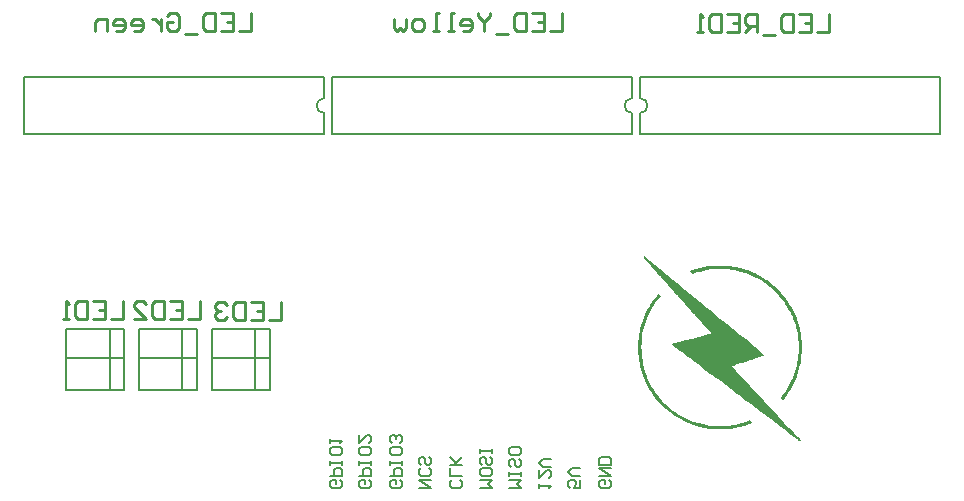
<source format=gbo>
G04*
G04 #@! TF.GenerationSoftware,Altium Limited,Altium Designer,18.1.11 (251)*
G04*
G04 Layer_Color=32896*
%FSLAX25Y25*%
%MOIN*%
G70*
G01*
G75*
%ADD12C,0.00787*%
%ADD14C,0.00591*%
%ADD36C,0.01000*%
G36*
X238687Y93024D02*
X239271D01*
X239679Y92966D01*
X239970Y92908D01*
X240087D01*
X241720Y92674D01*
X242420Y92499D01*
X243061Y92383D01*
X243645Y92208D01*
X244053Y92150D01*
X244286Y92033D01*
X244403D01*
X245977Y91508D01*
X246677Y91275D01*
X247319Y90983D01*
X247844Y90808D01*
X248252Y90633D01*
X248485Y90517D01*
X248602Y90458D01*
X250060Y89700D01*
X250701Y89350D01*
X251285Y89000D01*
X251751Y88650D01*
X252101Y88417D01*
X252393Y88242D01*
X252451Y88184D01*
X253792Y87134D01*
X254376Y86667D01*
X254900Y86201D01*
X255367Y85793D01*
X255717Y85501D01*
X255950Y85268D01*
X256008Y85209D01*
X257175Y83985D01*
X257641Y83402D01*
X258108Y82877D01*
X258458Y82468D01*
X258750Y82060D01*
X258924Y81827D01*
X258983Y81769D01*
X259916Y80311D01*
X260324Y79669D01*
X260674Y79027D01*
X260966Y78503D01*
X261199Y78094D01*
X261315Y77861D01*
X261374Y77745D01*
X262074Y76228D01*
X262365Y75528D01*
X262599Y74828D01*
X262773Y74304D01*
X262948Y73895D01*
X263007Y73604D01*
X263065Y73487D01*
X263473Y71912D01*
X263590Y71154D01*
X263707Y70513D01*
X263823Y69930D01*
X263882Y69521D01*
X263940Y69230D01*
Y69113D01*
X264057Y67480D01*
Y66722D01*
X264057Y66080D01*
Y65497D01*
Y65089D01*
Y64797D01*
Y64681D01*
X263998Y63864D01*
X263940Y63048D01*
X263882Y62290D01*
X263823Y61590D01*
X263707Y61065D01*
X263648Y60598D01*
X263590Y60365D01*
Y60249D01*
X263182Y58732D01*
X262948Y57974D01*
X262773Y57391D01*
X262599Y56808D01*
X262424Y56399D01*
X262365Y56166D01*
X262307Y56049D01*
X261666Y54533D01*
X261315Y53833D01*
X261024Y53250D01*
X260791Y52725D01*
X260557Y52317D01*
X260441Y52084D01*
X260382Y51967D01*
X259508Y50567D01*
X259099Y49984D01*
X258691Y49459D01*
X258341Y48993D01*
X258050Y48643D01*
X257875Y48410D01*
X257816Y48351D01*
X257000Y49051D01*
X257933Y50276D01*
X258341Y50859D01*
X258750Y51442D01*
X259041Y51850D01*
X259274Y52259D01*
X259391Y52492D01*
X259449Y52550D01*
X260208Y53950D01*
X260499Y54591D01*
X260791Y55233D01*
X261024Y55699D01*
X261141Y56108D01*
X261257Y56341D01*
X261315Y56458D01*
X261840Y57916D01*
X262015Y58615D01*
X262190Y59257D01*
X262307Y59782D01*
X262424Y60190D01*
X262482Y60423D01*
Y60540D01*
X262715Y62056D01*
X262832Y62756D01*
X262948Y63398D01*
X263007Y63923D01*
Y64331D01*
X263065Y64564D01*
Y64681D01*
Y66255D01*
X263007Y66955D01*
Y67597D01*
X262948Y68180D01*
Y68588D01*
X262890Y68822D01*
Y68938D01*
X262657Y70513D01*
X262482Y71213D01*
X262365Y71854D01*
X262190Y72437D01*
X262132Y72846D01*
X262015Y73079D01*
Y73195D01*
X261491Y74712D01*
X261199Y75412D01*
X260966Y76053D01*
X260732Y76520D01*
X260557Y76928D01*
X260441Y77220D01*
X260382Y77278D01*
X259624Y78736D01*
X259216Y79377D01*
X258866Y79961D01*
X258575Y80427D01*
X258341Y80835D01*
X258166Y81069D01*
X258108Y81127D01*
X257058Y82410D01*
X256592Y82993D01*
X256125Y83460D01*
X255775Y83868D01*
X255484Y84160D01*
X255250Y84393D01*
X255192Y84451D01*
X254026Y85559D01*
X253442Y86084D01*
X252918Y86493D01*
X252509Y86842D01*
X252159Y87134D01*
X251926Y87309D01*
X251868Y87367D01*
X250526Y88184D01*
X249885Y88534D01*
X249302Y88825D01*
X248835Y89059D01*
X248485Y89233D01*
X248194Y89350D01*
X248135Y89408D01*
X246677Y90050D01*
X246036Y90342D01*
X245394Y90575D01*
X244869Y90750D01*
X244461Y90867D01*
X244228Y90983D01*
X244111D01*
X242595Y91333D01*
X241895Y91508D01*
X241253Y91625D01*
X240729Y91683D01*
X240320Y91741D01*
X240087Y91800D01*
X239970D01*
X238396Y91975D01*
X237696D01*
X237054Y92033D01*
X235713D01*
X234138Y91916D01*
X233439Y91800D01*
X232797Y91683D01*
X232214Y91625D01*
X231806Y91508D01*
X231572Y91450D01*
X231456D01*
X229939Y91100D01*
X229240Y90867D01*
X228598Y90692D01*
X228132Y90517D01*
X227723Y90342D01*
X227432Y90283D01*
X227373Y90225D01*
X226907Y91275D01*
X228481Y91800D01*
X229181Y92033D01*
X229823Y92208D01*
X230406Y92383D01*
X230814Y92499D01*
X231106Y92558D01*
X231222D01*
X232855Y92849D01*
X233613Y92908D01*
X234255Y93024D01*
X234838D01*
X235246Y93083D01*
X238046Y93083D01*
X238687Y93024D01*
D02*
G37*
G36*
X217109Y83110D02*
X216059Y81827D01*
X215593Y81244D01*
X215243Y80719D01*
X214893Y80252D01*
X214660Y79844D01*
X214543Y79611D01*
X214485Y79552D01*
X213668Y78153D01*
X213318Y77511D01*
X213027Y76928D01*
X212793Y76403D01*
X212618Y75995D01*
X212560Y75762D01*
X212502Y75645D01*
X211977Y74129D01*
X211743Y73429D01*
X211569Y72787D01*
X211394Y72262D01*
X211277Y71854D01*
X211219Y71621D01*
Y71504D01*
X210927Y69930D01*
X210810Y69230D01*
X210752Y68588D01*
X210694Y68063D01*
X210635Y67597D01*
Y67364D01*
Y67247D01*
X210577Y65614D01*
X210635Y64856D01*
Y64214D01*
X210694Y63631D01*
Y63223D01*
X210752Y62931D01*
Y62814D01*
X210985Y61240D01*
X211102Y60540D01*
X211219Y59899D01*
X211394Y59315D01*
X211452Y58907D01*
X211569Y58674D01*
Y58557D01*
X212093Y56983D01*
X212385Y56283D01*
X212618Y55641D01*
X212852Y55116D01*
X213027Y54708D01*
X213143Y54475D01*
X213201Y54358D01*
X213610Y53600D01*
X213960Y52900D01*
X214368Y52259D01*
X214718Y51675D01*
X215009Y51209D01*
X215243Y50801D01*
X215418Y50567D01*
X215476Y50509D01*
X216001Y49809D01*
X216526Y49168D01*
X216992Y48584D01*
X217459Y48060D01*
X217867Y47593D01*
X218159Y47301D01*
X218392Y47068D01*
X218450Y47010D01*
X219675Y45902D01*
X220258Y45435D01*
X220783Y44969D01*
X221250Y44619D01*
X221658Y44385D01*
X221891Y44210D01*
X221950Y44152D01*
X223291Y43277D01*
X223932Y42927D01*
X224516Y42636D01*
X225041Y42344D01*
X225390Y42169D01*
X225624Y42053D01*
X225740Y41994D01*
X227198Y41353D01*
X227898Y41120D01*
X228540Y40944D01*
X229065Y40770D01*
X229473Y40653D01*
X229706Y40536D01*
X229823D01*
X231397Y40128D01*
X232097Y39953D01*
X232739Y39836D01*
X233264Y39778D01*
X233730Y39720D01*
X233963Y39661D01*
X234080D01*
X235655Y39603D01*
X236413Y39545D01*
X237054D01*
X237638Y39603D01*
X238454D01*
X240087Y39720D01*
X240787Y39836D01*
X241428Y39953D01*
X242012Y40011D01*
X242420Y40128D01*
X242653Y40186D01*
X242770D01*
X244286Y40653D01*
X244986Y40886D01*
X245627Y41061D01*
X246152Y41295D01*
X246561Y41469D01*
X246794Y41528D01*
X246911Y41586D01*
X247377Y40595D01*
X245802Y40011D01*
X245103Y39778D01*
X244403Y39545D01*
X243878Y39428D01*
X243411Y39312D01*
X243178Y39195D01*
X243061D01*
X241370Y38903D01*
X240612Y38787D01*
X239912Y38670D01*
X239329Y38612D01*
X238921Y38553D01*
X238512D01*
X238162Y38495D01*
X236821D01*
X235480Y38553D01*
X234838D01*
X234313Y38612D01*
X233847Y38670D01*
X233439D01*
X233205Y38728D01*
X233147D01*
X231806Y38962D01*
X231164Y39078D01*
X230639Y39195D01*
X230173Y39312D01*
X229823Y39428D01*
X229590Y39487D01*
X229531D01*
X227957Y40011D01*
X227257Y40245D01*
X226615Y40536D01*
X226090Y40711D01*
X225682Y40886D01*
X225449Y41003D01*
X225332Y41061D01*
X223816Y41819D01*
X223116Y42169D01*
X222533Y42519D01*
X222008Y42811D01*
X221658Y43044D01*
X221366Y43219D01*
X221308Y43277D01*
X219967Y44327D01*
X219384Y44794D01*
X218800Y45260D01*
X218392Y45669D01*
X218042Y45960D01*
X217809Y46193D01*
X217751Y46252D01*
X216526Y47535D01*
X216001Y48118D01*
X215534Y48643D01*
X215126Y49109D01*
X214834Y49518D01*
X214660Y49751D01*
X214601Y49809D01*
X213668Y51267D01*
X213260Y51967D01*
X212910Y52609D01*
X212618Y53133D01*
X212385Y53542D01*
X212268Y53775D01*
X212210Y53892D01*
X211510Y55466D01*
X211219Y56224D01*
X210985Y56866D01*
X210810Y57449D01*
X210694Y57916D01*
X210577Y58149D01*
Y58266D01*
X210169Y59899D01*
X209994Y60657D01*
X209877Y61298D01*
X209819Y61881D01*
X209761Y62348D01*
X209702Y62581D01*
Y62698D01*
X209527Y64389D01*
Y65147D01*
Y65847D01*
X209527Y66430D01*
Y66897D01*
Y67189D01*
Y67305D01*
X209702Y68938D01*
X209761Y69696D01*
X209877Y70338D01*
X209994Y70921D01*
X210111Y71388D01*
X210169Y71621D01*
Y71737D01*
X210577Y73370D01*
X210810Y74070D01*
X210985Y74712D01*
X211219Y75295D01*
X211335Y75703D01*
X211452Y75937D01*
X211510Y76053D01*
X212152Y77570D01*
X212502Y78269D01*
X212852Y78852D01*
X213143Y79377D01*
X213318Y79727D01*
X213493Y80019D01*
X213551Y80077D01*
X214018Y80835D01*
X214485Y81477D01*
X214951Y82118D01*
X215359Y82643D01*
X215768Y83110D01*
X216059Y83460D01*
X216234Y83693D01*
X216293Y83751D01*
X217109Y83110D01*
D02*
G37*
G36*
X213376Y94657D02*
X215184Y93199D01*
X216876Y91800D01*
X218392Y90575D01*
X219034Y90050D01*
X219675Y89525D01*
X220200Y89117D01*
X220667Y88709D01*
X221016Y88417D01*
X221308Y88184D01*
X221483Y88067D01*
X221541Y88009D01*
X223408Y86493D01*
X225216Y84976D01*
X226907Y83635D01*
X228423Y82352D01*
X229065Y81827D01*
X229706Y81302D01*
X230231Y80894D01*
X230697Y80485D01*
X231048Y80194D01*
X231339Y79961D01*
X231514Y79844D01*
X231572Y79786D01*
X233439Y78269D01*
X235246Y76811D01*
X236938Y75412D01*
X237754Y74770D01*
X238454Y74187D01*
X239154Y73604D01*
X239737Y73137D01*
X240262Y72671D01*
X240729Y72321D01*
X241078Y72029D01*
X241370Y71796D01*
X241545Y71679D01*
X241603Y71621D01*
X243528Y70105D01*
X245336Y68588D01*
X247085Y67189D01*
X247844Y66489D01*
X248602Y65905D01*
X249302Y65322D01*
X249885Y64856D01*
X250410Y64389D01*
X250876Y63981D01*
X251226Y63689D01*
X251518Y63456D01*
X251693Y63339D01*
X251751Y63281D01*
X250701Y62931D01*
X249768Y62581D01*
X248835Y62290D01*
X248019Y61998D01*
X247319Y61765D01*
X246794Y61590D01*
X246444Y61473D01*
X246327Y61415D01*
X245278Y61065D01*
X244286Y60773D01*
X243411Y60482D01*
X242536Y60190D01*
X241837Y59957D01*
X241312Y59782D01*
X240962Y59665D01*
X240903Y59607D01*
X240845D01*
X241487Y58790D01*
X242070Y58149D01*
X242245Y57857D01*
X242420Y57682D01*
X242536Y57566D01*
X242595Y57507D01*
X243236Y56808D01*
X243819Y56224D01*
X244053Y55991D01*
X244228Y55816D01*
X244344Y55699D01*
X244403Y55641D01*
X246094Y53833D01*
X246852Y53017D01*
X247552Y52259D01*
X248135Y51617D01*
X248602Y51092D01*
X248893Y50801D01*
X249010Y50742D01*
Y50684D01*
X250701Y48876D01*
X251460Y48060D01*
X252159Y47301D01*
X252743Y46660D01*
X253209Y46135D01*
X253501Y45843D01*
X253617Y45785D01*
Y45727D01*
X254492Y44794D01*
X255309Y43919D01*
X256067Y43044D01*
X256767Y42286D01*
X257350Y41703D01*
X257816Y41178D01*
X258108Y40886D01*
X258225Y40770D01*
X259916Y38962D01*
X260674Y38145D01*
X261374Y37387D01*
X261957Y36804D01*
X262424Y36279D01*
X262715Y35987D01*
X262832Y35871D01*
X263298Y35521D01*
X263473Y35404D01*
X263532Y35346D01*
X263707Y35113D01*
X263765Y34938D01*
Y34763D01*
Y34704D01*
X263707Y34588D01*
X263473D01*
X263298Y34704D01*
X263240Y34763D01*
X262948Y35054D01*
X262715Y35229D01*
X262540Y35287D01*
X262482Y35346D01*
X260616Y36746D01*
X258808Y38145D01*
X257117Y39428D01*
X255600Y40536D01*
X254900Y41061D01*
X254317Y41528D01*
X253792Y41936D01*
X253326Y42286D01*
X252976Y42577D01*
X252684Y42753D01*
X252509Y42869D01*
X252451Y42927D01*
X250585Y44327D01*
X248777Y45669D01*
X247085Y46951D01*
X246269Y47535D01*
X245569Y48118D01*
X244869Y48584D01*
X244286Y49051D01*
X243761Y49459D01*
X243295Y49809D01*
X242886Y50101D01*
X242653Y50276D01*
X242478Y50392D01*
X242420Y50451D01*
X240554Y51909D01*
X238687Y53250D01*
X236996Y54533D01*
X236180Y55175D01*
X235421Y55699D01*
X234780Y56224D01*
X234138Y56691D01*
X233613Y57099D01*
X233147Y57449D01*
X232797Y57741D01*
X232505Y57916D01*
X232330Y58032D01*
X232272Y58091D01*
X230406Y59490D01*
X228598Y60890D01*
X226848Y62173D01*
X226090Y62756D01*
X225332Y63281D01*
X224691Y63806D01*
X224049Y64273D01*
X223524Y64681D01*
X223058Y65031D01*
X222708Y65322D01*
X222416Y65497D01*
X222241Y65614D01*
X222183Y65672D01*
X221950Y65905D01*
X221716Y66080D01*
X221541Y66197D01*
X221483Y66255D01*
X221191Y66489D01*
X220900Y66664D01*
X220667Y66839D01*
X220608Y66897D01*
X221891Y67247D01*
X223058Y67597D01*
X224224Y67888D01*
X225216Y68180D01*
X226090Y68355D01*
X226440Y68472D01*
X226732Y68530D01*
X226965Y68647D01*
X227140D01*
X227257Y68705D01*
X227315D01*
X228540Y69055D01*
X229764Y69405D01*
X230873Y69696D01*
X231864Y69988D01*
X232739Y70163D01*
X233089Y70280D01*
X233380Y70338D01*
X233613Y70455D01*
X233788D01*
X233905Y70513D01*
X233963D01*
X232914Y71679D01*
X231864Y72846D01*
X230873Y73895D01*
X230056Y74887D01*
X229298Y75703D01*
X228715Y76345D01*
X228540Y76578D01*
X228365Y76753D01*
X228306Y76811D01*
X228248Y76870D01*
X227198Y78094D01*
X226149Y79203D01*
X225216Y80311D01*
X224341Y81244D01*
X223641Y82060D01*
X223058Y82702D01*
X222883Y82935D01*
X222708Y83110D01*
X222649Y83168D01*
X222591Y83227D01*
X221541Y84451D01*
X220492Y85559D01*
X219500Y86667D01*
X218684Y87600D01*
X217926Y88417D01*
X217342Y89059D01*
X217167Y89292D01*
X216992Y89467D01*
X216934Y89525D01*
X216876Y89583D01*
X215826Y90750D01*
X214834Y91858D01*
X213901Y92908D01*
X213085Y93841D01*
X212385Y94657D01*
X211802Y95299D01*
X211627Y95532D01*
X211452Y95707D01*
X211394Y95765D01*
X211335Y95824D01*
X211394Y95940D01*
X211452Y95999D01*
Y96115D01*
X211510Y96174D01*
X213376Y94657D01*
D02*
G37*
D12*
X210118Y143917D02*
G03*
X210118Y148917I0J2500D01*
G01*
X104842D02*
G03*
X104842Y143917I0J-2500D01*
G01*
X207480Y148917D02*
G03*
X207480Y143917I0J-2500D01*
G01*
X210118Y148917D02*
Y155965D01*
Y136870D02*
Y143917D01*
Y136870D02*
X310118D01*
Y155965D01*
X210118D02*
X310118D01*
X4843Y136870D02*
X104842D01*
X4843D02*
Y155965D01*
X104842D01*
Y148917D02*
Y155965D01*
Y136870D02*
Y143917D01*
X38287Y51705D02*
Y62205D01*
X18957Y51705D02*
X38287D01*
X18957D02*
Y72047D01*
X38287D01*
Y62205D02*
Y72047D01*
X33511Y51862D02*
Y71547D01*
X18957Y62205D02*
X29291D01*
X27953D02*
X38287D01*
X51968D02*
X62303D01*
X42972D02*
X53307D01*
X57526Y51862D02*
Y71547D01*
X62303Y62205D02*
Y72047D01*
X42972D02*
X62303D01*
X42972Y51705D02*
Y72047D01*
Y51705D02*
X62303D01*
Y62205D01*
X76378D02*
X86713D01*
X67382D02*
X77716D01*
X81936Y51862D02*
Y71547D01*
X86713Y62205D02*
Y72047D01*
X67382D02*
X86713D01*
X67382Y51705D02*
Y72047D01*
Y51705D02*
X86713D01*
Y62205D01*
X107480Y136870D02*
X207480D01*
X107480D02*
Y155965D01*
X207480D01*
Y148917D02*
Y155965D01*
Y136870D02*
Y143917D01*
D14*
X199736Y21521D02*
X200392Y20865D01*
Y19554D01*
X199736Y18898D01*
X197113D01*
X196457Y19554D01*
Y20865D01*
X197113Y21521D01*
X198425D01*
Y20210D01*
X196457Y22833D02*
X200392D01*
X196457Y25457D01*
X200392D01*
Y26769D02*
X196457D01*
Y28737D01*
X197113Y29393D01*
X199736D01*
X200392Y28737D01*
Y26769D01*
X190156Y21521D02*
Y18898D01*
X188188D01*
X188844Y20210D01*
Y20865D01*
X188188Y21521D01*
X186876D01*
X186221Y20865D01*
Y19554D01*
X186876Y18898D01*
X190156Y22833D02*
X187532D01*
X186221Y24145D01*
X187532Y25457D01*
X190156D01*
X176378Y18898D02*
Y20210D01*
Y19554D01*
X180314D01*
X179658Y18898D01*
X176378Y24801D02*
Y22177D01*
X179002Y24801D01*
X179658D01*
X180314Y24145D01*
Y22833D01*
X179658Y22177D01*
X180314Y26113D02*
X177690D01*
X176378Y27425D01*
X177690Y28737D01*
X180314D01*
X166535Y18898D02*
X170471D01*
X169159Y20210D01*
X170471Y21521D01*
X166535D01*
X170471Y22833D02*
Y24145D01*
Y23489D01*
X166535D01*
Y22833D01*
Y24145D01*
X169815Y28737D02*
X170471Y28081D01*
Y26769D01*
X169815Y26113D01*
X169159D01*
X168503Y26769D01*
Y28081D01*
X167847Y28737D01*
X167191D01*
X166535Y28081D01*
Y26769D01*
X167191Y26113D01*
X170471Y32017D02*
Y30705D01*
X169815Y30049D01*
X167191D01*
X166535Y30705D01*
Y32017D01*
X167191Y32673D01*
X169815D01*
X170471Y32017D01*
X156693Y18898D02*
X160629D01*
X159317Y20210D01*
X160629Y21521D01*
X156693D01*
X160629Y24801D02*
Y23489D01*
X159973Y22833D01*
X157349D01*
X156693Y23489D01*
Y24801D01*
X157349Y25457D01*
X159973D01*
X160629Y24801D01*
X159973Y29393D02*
X160629Y28737D01*
Y27425D01*
X159973Y26769D01*
X159317D01*
X158661Y27425D01*
Y28737D01*
X158005Y29393D01*
X157349D01*
X156693Y28737D01*
Y27425D01*
X157349Y26769D01*
X160629Y30705D02*
Y32017D01*
Y31361D01*
X156693D01*
Y30705D01*
Y32017D01*
X150130Y21521D02*
X150786Y20865D01*
Y19554D01*
X150130Y18898D01*
X147506D01*
X146850Y19554D01*
Y20865D01*
X147506Y21521D01*
X150786Y22833D02*
X146850D01*
Y25457D01*
X150786Y26769D02*
X146850D01*
X148162D01*
X150786Y29393D01*
X148818Y27425D01*
X146850Y29393D01*
X136614Y18898D02*
X140550D01*
X136614Y21521D01*
X140550D01*
X139894Y25457D02*
X140550Y24801D01*
Y23489D01*
X139894Y22833D01*
X137270D01*
X136614Y23489D01*
Y24801D01*
X137270Y25457D01*
X139894Y29393D02*
X140550Y28737D01*
Y27425D01*
X139894Y26769D01*
X139238D01*
X138582Y27425D01*
Y28737D01*
X137926Y29393D01*
X137270D01*
X136614Y28737D01*
Y27425D01*
X137270Y26769D01*
X130051Y21521D02*
X130707Y20865D01*
Y19554D01*
X130051Y18898D01*
X127428D01*
X126772Y19554D01*
Y20865D01*
X127428Y21521D01*
X128740D01*
Y20210D01*
X126772Y22833D02*
X130707D01*
Y24801D01*
X130051Y25457D01*
X128740D01*
X128084Y24801D01*
Y22833D01*
X130707Y26769D02*
Y28081D01*
Y27425D01*
X126772D01*
Y26769D01*
Y28081D01*
X130707Y32017D02*
Y30705D01*
X130051Y30049D01*
X127428D01*
X126772Y30705D01*
Y32017D01*
X127428Y32673D01*
X130051D01*
X130707Y32017D01*
X130051Y33985D02*
X130707Y34641D01*
Y35952D01*
X130051Y36608D01*
X129395D01*
X128740Y35952D01*
Y35297D01*
Y35952D01*
X128084Y36608D01*
X127428D01*
X126772Y35952D01*
Y34641D01*
X127428Y33985D01*
X119815Y21521D02*
X120471Y20865D01*
Y19554D01*
X119815Y18898D01*
X117191D01*
X116535Y19554D01*
Y20865D01*
X117191Y21521D01*
X118503D01*
Y20210D01*
X116535Y22833D02*
X120471D01*
Y24801D01*
X119815Y25457D01*
X118503D01*
X117847Y24801D01*
Y22833D01*
X120471Y26769D02*
Y28081D01*
Y27425D01*
X116535D01*
Y26769D01*
Y28081D01*
X120471Y32017D02*
Y30705D01*
X119815Y30049D01*
X117191D01*
X116535Y30705D01*
Y32017D01*
X117191Y32673D01*
X119815D01*
X120471Y32017D01*
X116535Y36608D02*
Y33985D01*
X119159Y36608D01*
X119815D01*
X120471Y35952D01*
Y34641D01*
X119815Y33985D01*
X109973Y21521D02*
X110629Y20865D01*
Y19554D01*
X109973Y18898D01*
X107349D01*
X106693Y19554D01*
Y20865D01*
X107349Y21521D01*
X108661D01*
Y20210D01*
X106693Y22833D02*
X110629D01*
Y24801D01*
X109973Y25457D01*
X108661D01*
X108005Y24801D01*
Y22833D01*
X110629Y26769D02*
Y28081D01*
Y27425D01*
X106693D01*
Y26769D01*
Y28081D01*
X110629Y32017D02*
Y30705D01*
X109973Y30049D01*
X107349D01*
X106693Y30705D01*
Y32017D01*
X107349Y32673D01*
X109973D01*
X110629Y32017D01*
X106693Y33985D02*
Y35297D01*
Y34641D01*
X110629D01*
X109973Y33985D01*
D36*
X273228Y176864D02*
Y170866D01*
X269230D01*
X263232Y176864D02*
X267230D01*
Y170866D01*
X263232D01*
X267230Y173865D02*
X265231D01*
X261232Y176864D02*
Y170866D01*
X258233D01*
X257234Y171866D01*
Y175865D01*
X258233Y176864D01*
X261232D01*
X255234Y169867D02*
X251236D01*
X249236Y170866D02*
Y176864D01*
X246237D01*
X245237Y175865D01*
Y173865D01*
X246237Y172865D01*
X249236D01*
X247237D02*
X245237Y170866D01*
X239239Y176864D02*
X243238D01*
Y170866D01*
X239239D01*
X243238Y173865D02*
X241239D01*
X237240Y176864D02*
Y170866D01*
X234241D01*
X233241Y171866D01*
Y175865D01*
X234241Y176864D01*
X237240D01*
X231242Y170866D02*
X229243D01*
X230242D01*
Y176864D01*
X231242Y175865D01*
X37681Y81440D02*
Y75442D01*
X33682D01*
X27684Y81440D02*
X31683D01*
Y75442D01*
X27684D01*
X31683Y78441D02*
X29684D01*
X25685Y81440D02*
Y75442D01*
X22686D01*
X21686Y76441D01*
Y80440D01*
X22686Y81440D01*
X25685D01*
X19687Y75442D02*
X17688D01*
X18687D01*
Y81440D01*
X19687Y80440D01*
X63386Y81327D02*
Y75329D01*
X59387D01*
X53389Y81327D02*
X57388D01*
Y75329D01*
X53389D01*
X57388Y78328D02*
X55388D01*
X51390Y81327D02*
Y75329D01*
X48391D01*
X47391Y76328D01*
Y80327D01*
X48391Y81327D01*
X51390D01*
X41393Y75329D02*
X45392D01*
X41393Y79327D01*
Y80327D01*
X42393Y81327D01*
X44392D01*
X45392Y80327D01*
X90551Y80933D02*
Y74935D01*
X86553D01*
X80554Y80933D02*
X84553D01*
Y74935D01*
X80554D01*
X84553Y77934D02*
X82554D01*
X78555Y80933D02*
Y74935D01*
X75556D01*
X74556Y75935D01*
Y79933D01*
X75556Y80933D01*
X78555D01*
X72557Y79933D02*
X71557Y80933D01*
X69558D01*
X68558Y79933D01*
Y78934D01*
X69558Y77934D01*
X70558D01*
X69558D01*
X68558Y76934D01*
Y75935D01*
X69558Y74935D01*
X71557D01*
X72557Y75935D01*
X80343Y177179D02*
Y171181D01*
X76344D01*
X70346Y177179D02*
X74344D01*
Y171181D01*
X70346D01*
X74344Y174180D02*
X72345D01*
X68346Y177179D02*
Y171181D01*
X65347D01*
X64348Y172181D01*
Y176180D01*
X65347Y177179D01*
X68346D01*
X62348Y170181D02*
X58350D01*
X52352Y176180D02*
X53351Y177179D01*
X55351D01*
X56350Y176180D01*
Y172181D01*
X55351Y171181D01*
X53351D01*
X52352Y172181D01*
Y174180D01*
X54351D01*
X50352Y175180D02*
Y171181D01*
Y173180D01*
X49352Y174180D01*
X48353Y175180D01*
X47353D01*
X41355Y171181D02*
X43354D01*
X44354Y172181D01*
Y174180D01*
X43354Y175180D01*
X41355D01*
X40355Y174180D01*
Y173180D01*
X44354D01*
X35357Y171181D02*
X37356D01*
X38356Y172181D01*
Y174180D01*
X37356Y175180D01*
X35357D01*
X34357Y174180D01*
Y173180D01*
X38356D01*
X32358Y171181D02*
Y175180D01*
X29359D01*
X28359Y174180D01*
Y171181D01*
X184188Y177179D02*
Y171181D01*
X180189D01*
X174191Y177179D02*
X178190D01*
Y171181D01*
X174191D01*
X178190Y174180D02*
X176190D01*
X172192Y177179D02*
Y171181D01*
X169193D01*
X168193Y172181D01*
Y176180D01*
X169193Y177179D01*
X172192D01*
X166194Y170181D02*
X162195D01*
X160196Y177179D02*
Y176180D01*
X158196Y174180D01*
X156197Y176180D01*
Y177179D01*
X158196Y174180D02*
Y171181D01*
X151198D02*
X153198D01*
X154198Y172181D01*
Y174180D01*
X153198Y175180D01*
X151198D01*
X150199Y174180D01*
Y173180D01*
X154198D01*
X148199Y171181D02*
X146200D01*
X147200D01*
Y177179D01*
X148199D01*
X143201Y171181D02*
X141202D01*
X142201D01*
Y177179D01*
X143201D01*
X137203Y171181D02*
X135204D01*
X134204Y172181D01*
Y174180D01*
X135204Y175180D01*
X137203D01*
X138203Y174180D01*
Y172181D01*
X137203Y171181D01*
X132205Y175180D02*
Y172181D01*
X131205Y171181D01*
X130205Y172181D01*
X129206Y171181D01*
X128206Y172181D01*
Y175180D01*
M02*

</source>
